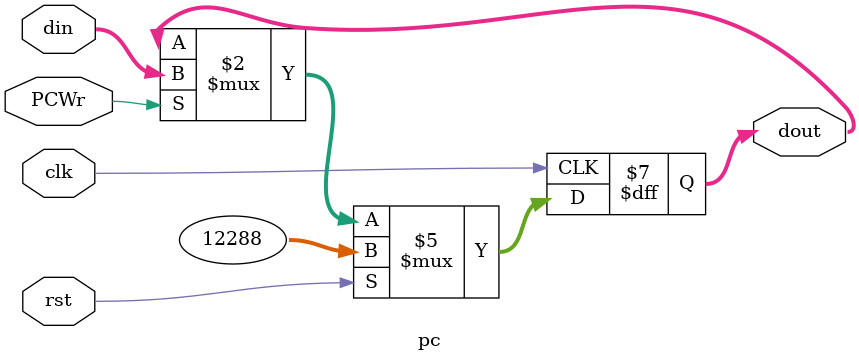
<source format=v>
module pc(clk,rst,din,PCWr,dout);

    input clk; // 时钟信号 
    input rst; // 复位信号
    input PCWr ;// pc写使能信号
    input [31:0] din; // npc计算的下下一条指令地址
    output  reg [31:0] dout; // 下一条指令地址

    always@(posedge clk)
        if (rst) dout <= 32'h0000_3000;// pc复位后的初值
        else if(PCWr) dout <= din; 

endmodule
</source>
